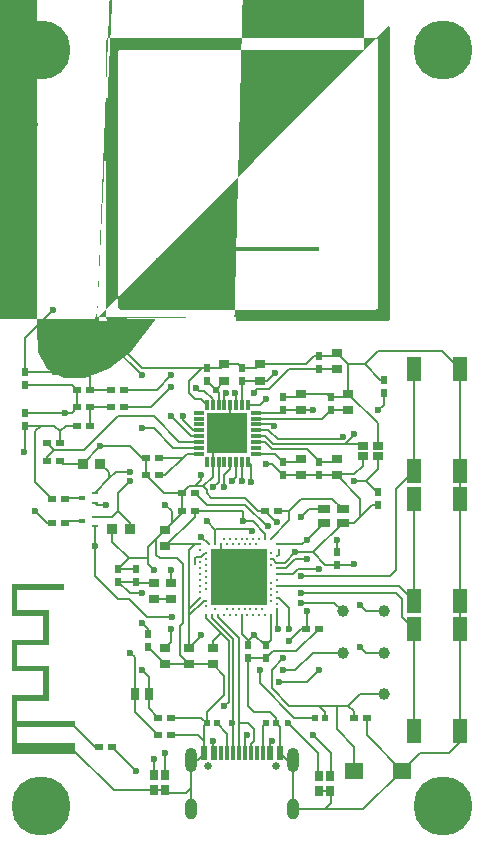
<source format=gtl>
G04 #@! TF.GenerationSoftware,KiCad,Pcbnew,9.0.3*
G04 #@! TF.CreationDate,2025-07-25T19:12:18-07:00*
G04 #@! TF.ProjectId,kikard,6b696b61-7264-42e6-9b69-6361645f7063,rev?*
G04 #@! TF.SameCoordinates,Original*
G04 #@! TF.FileFunction,Copper,L1,Top*
G04 #@! TF.FilePolarity,Positive*
%FSLAX46Y46*%
G04 Gerber Fmt 4.6, Leading zero omitted, Abs format (unit mm)*
G04 Created by KiCad (PCBNEW 9.0.3) date 2025-07-25 19:12:18*
%MOMM*%
%LPD*%
G01*
G04 APERTURE LIST*
G04 Aperture macros list*
%AMRoundRect*
0 Rectangle with rounded corners*
0 $1 Rounding radius*
0 $2 $3 $4 $5 $6 $7 $8 $9 X,Y pos of 4 corners*
0 Add a 4 corners polygon primitive as box body*
4,1,4,$2,$3,$4,$5,$6,$7,$8,$9,$2,$3,0*
0 Add four circle primitives for the rounded corners*
1,1,$1+$1,$2,$3*
1,1,$1+$1,$4,$5*
1,1,$1+$1,$6,$7*
1,1,$1+$1,$8,$9*
0 Add four rect primitives between the rounded corners*
20,1,$1+$1,$2,$3,$4,$5,0*
20,1,$1+$1,$4,$5,$6,$7,0*
20,1,$1+$1,$6,$7,$8,$9,0*
20,1,$1+$1,$8,$9,$2,$3,0*%
%AMFreePoly0*
4,1,203,24.639018,24.796157,24.711114,24.766294,24.766294,24.711114,24.796157,24.639018,24.800000,24.600000,24.800000,0.000000,24.796157,-0.039018,24.766294,-0.111114,24.711114,-0.166294,24.639018,-0.196157,24.600000,-0.200000,1.000000,-0.200000,0.960982,-0.196157,0.888886,-0.166294,0.833706,-0.111114,0.803843,-0.039018,0.800000,0.000000,0.800000,23.600000,0.803843,23.639018,0.833706,23.711114,
0.888886,23.766294,0.960982,23.796157,1.000000,23.800000,23.600000,23.800000,23.639018,23.796157,23.711114,23.766294,23.766294,23.711114,23.796157,23.639018,23.800000,23.600000,23.800000,1.000000,23.796157,0.960982,23.766294,0.888886,23.711114,0.833706,23.639018,0.803843,23.600000,0.800000,2.000000,0.800000,1.960982,0.803843,1.888886,0.833706,1.833706,0.888886,1.803843,0.960982,
1.800000,1.000000,1.800000,22.600000,1.803843,22.639018,1.833706,22.711114,1.888886,22.766294,1.960982,22.796157,2.000000,22.800000,22.600000,22.800000,22.639018,22.796157,22.711114,22.766294,22.766294,22.711114,22.796157,22.639018,22.800000,22.600000,22.800000,2.000000,22.796157,1.960982,22.766294,1.888886,22.711114,1.833706,22.639018,1.803843,22.600000,1.800000,3.000000,1.800000,
2.960982,1.803843,2.888886,1.833706,2.833706,1.888886,2.803843,1.960982,2.800000,2.000000,2.800000,21.600000,2.803843,21.639018,2.833706,21.711114,2.888886,21.766294,2.960982,21.796157,3.000000,21.800000,21.600000,21.800000,21.639018,21.796157,21.711114,21.766294,21.766294,21.711114,21.796157,21.639018,21.800000,21.600000,21.800000,3.000000,21.796157,2.960982,21.766294,2.888886,
21.711114,2.833706,21.639018,2.803843,21.600000,2.800000,4.000000,2.800000,3.960982,2.803843,3.888886,2.833706,3.833706,2.888886,3.803843,2.960982,3.800000,3.000000,3.800000,20.600000,3.803843,20.639018,3.833706,20.711114,3.888886,20.766294,3.960982,20.796157,4.000000,20.800000,20.600000,20.800000,20.639018,20.796157,20.711114,20.766294,20.766294,20.711114,20.796157,20.639018,
20.800000,20.600000,20.800000,4.000000,20.796157,3.960982,20.766294,3.888886,20.711114,3.833706,20.639018,3.803843,20.600000,3.800000,5.000000,3.800000,4.960982,3.803843,4.888886,3.833706,4.833706,3.888886,4.803843,3.960982,4.800000,4.000000,4.800000,19.600000,4.803843,19.639018,4.833706,19.711114,4.888886,19.766294,4.960982,19.796157,5.000000,19.800000,19.600000,19.800000,
19.639018,19.796157,19.711114,19.766294,19.766294,19.711114,19.796157,19.639018,19.800000,19.600000,19.800000,5.000000,19.796157,4.960982,19.766294,4.888886,19.711114,4.833706,19.639018,4.803843,19.600000,4.800000,6.000000,4.800000,5.960982,4.803843,5.888886,4.833706,5.833706,4.888886,5.803843,4.960982,5.800000,5.000000,5.800000,18.600000,5.803843,18.639018,5.833706,18.711114,
5.888886,18.766294,5.960982,18.796157,6.000000,18.800000,18.600000,18.800000,18.639018,18.796157,18.711114,18.766294,18.766294,18.711114,18.796157,18.639018,18.800000,18.600000,18.800000,6.000000,18.796157,5.960982,18.766294,5.888886,18.711114,5.833706,18.639018,5.803843,18.560982,5.803843,18.488886,5.833706,18.433706,5.888886,18.403843,5.960982,18.400000,6.000000,18.400000,18.400000,
6.200000,18.400000,6.200000,5.200000,19.400000,5.200000,19.400000,19.400000,5.200000,19.400000,5.200000,4.200000,20.400000,4.200000,20.400000,20.400000,4.200000,20.400000,4.200000,3.200000,21.400000,3.200000,21.400000,21.400000,3.200000,21.400000,3.200000,2.200000,22.400000,2.200000,22.400000,22.400000,2.200000,22.400000,2.200000,1.200000,23.400000,1.200000,23.400000,23.400000,
1.200000,23.400000,1.200000,0.200000,24.400000,0.200000,24.400000,24.400000,0.200000,24.400000,0.200000,0.000000,0.196157,-0.039018,0.166294,-0.111114,0.111114,-0.166294,0.039018,-0.196157,-0.039018,-0.196157,-0.111114,-0.166294,-0.166294,-0.111114,-0.196157,-0.039018,-0.200000,0.000000,-0.200000,24.600000,-0.196157,24.639018,-0.166294,24.711114,-0.111114,24.766294,-0.039018,24.796157,
0.000000,24.800000,24.600000,24.800000,24.639018,24.796157,24.639018,24.796157,$1*%
%AMFreePoly1*
4,1,21,11.639018,0.196157,11.711114,0.166294,11.766294,0.111114,11.796157,0.039018,11.796157,-0.039018,11.766294,-0.111114,11.711114,-0.166294,11.639018,-0.196157,11.600000,-0.200000,0.000000,-0.200000,-0.039018,-0.196157,-0.111114,-0.166294,-0.166294,-0.111114,-0.196157,-0.039018,-0.196157,0.039018,-0.166294,0.111114,-0.111114,0.166294,-0.039018,0.196157,0.000000,0.200000,11.600000,0.200000,
11.639018,0.196157,11.639018,0.196157,$1*%
G04 Aperture macros list end*
G04 #@! TA.AperFunction,EtchedComponent*
%ADD10C,0.000000*%
G04 #@! TD*
G04 #@! TA.AperFunction,SMDPad,CuDef*
%ADD11R,0.540000X0.790000*%
G04 #@! TD*
G04 #@! TA.AperFunction,SMDPad,CuDef*
%ADD12R,0.790000X0.540000*%
G04 #@! TD*
G04 #@! TA.AperFunction,SMDPad,CuDef*
%ADD13R,0.900000X0.800000*%
G04 #@! TD*
G04 #@! TA.AperFunction,SMDPad,CuDef*
%ADD14R,0.810000X0.860000*%
G04 #@! TD*
G04 #@! TA.AperFunction,SMDPad,CuDef*
%ADD15R,0.490000X0.290000*%
G04 #@! TD*
G04 #@! TA.AperFunction,SMDPad,CuDef*
%ADD16R,0.490000X0.430000*%
G04 #@! TD*
G04 #@! TA.AperFunction,ComponentPad*
%ADD17C,5.000000*%
G04 #@! TD*
G04 #@! TA.AperFunction,SMDPad,CuDef*
%ADD18R,1.100000X0.800000*%
G04 #@! TD*
G04 #@! TA.AperFunction,SMDPad,CuDef*
%ADD19R,0.570000X0.540000*%
G04 #@! TD*
G04 #@! TA.AperFunction,SMDPad,CuDef*
%ADD20RoundRect,0.032500X0.387500X0.097500X-0.387500X0.097500X-0.387500X-0.097500X0.387500X-0.097500X0*%
G04 #@! TD*
G04 #@! TA.AperFunction,SMDPad,CuDef*
%ADD21RoundRect,0.032500X0.097500X0.387500X-0.097500X0.387500X-0.097500X-0.387500X0.097500X-0.387500X0*%
G04 #@! TD*
G04 #@! TA.AperFunction,SMDPad,CuDef*
%ADD22R,3.500000X3.500000*%
G04 #@! TD*
G04 #@! TA.AperFunction,SMDPad,CuDef*
%ADD23C,1.000000*%
G04 #@! TD*
G04 #@! TA.AperFunction,SMDPad,CuDef*
%ADD24R,0.700000X0.900000*%
G04 #@! TD*
G04 #@! TA.AperFunction,SMDPad,CuDef*
%ADD25R,0.860000X0.800000*%
G04 #@! TD*
G04 #@! TA.AperFunction,SMDPad,CuDef*
%ADD26R,1.530000X1.360000*%
G04 #@! TD*
G04 #@! TA.AperFunction,ComponentPad*
%ADD27C,0.400000*%
G04 #@! TD*
G04 #@! TA.AperFunction,SMDPad,CuDef*
%ADD28FreePoly0,0.000000*%
G04 #@! TD*
G04 #@! TA.AperFunction,SMDPad,CuDef*
%ADD29FreePoly1,0.000000*%
G04 #@! TD*
G04 #@! TA.AperFunction,SMDPad,CuDef*
%ADD30R,1.200000X2.000000*%
G04 #@! TD*
G04 #@! TA.AperFunction,SMDPad,CuDef*
%ADD31R,0.800000X1.000000*%
G04 #@! TD*
G04 #@! TA.AperFunction,SMDPad,CuDef*
%ADD32R,0.850000X0.700000*%
G04 #@! TD*
G04 #@! TA.AperFunction,ComponentPad*
%ADD33C,0.650000*%
G04 #@! TD*
G04 #@! TA.AperFunction,ComponentPad*
%ADD34O,1.000000X2.100000*%
G04 #@! TD*
G04 #@! TA.AperFunction,ComponentPad*
%ADD35O,1.000000X1.800000*%
G04 #@! TD*
G04 #@! TA.AperFunction,SMDPad,CuDef*
%ADD36R,0.600000X1.150000*%
G04 #@! TD*
G04 #@! TA.AperFunction,SMDPad,CuDef*
%ADD37R,0.300000X1.150000*%
G04 #@! TD*
G04 #@! TA.AperFunction,ConnectorPad*
%ADD38R,0.500000X0.500000*%
G04 #@! TD*
G04 #@! TA.AperFunction,ComponentPad*
%ADD39R,0.500000X0.900000*%
G04 #@! TD*
G04 #@! TA.AperFunction,SMDPad,CuDef*
%ADD40R,4.850000X4.850000*%
G04 #@! TD*
G04 #@! TA.AperFunction,SMDPad,CuDef*
%ADD41C,0.275000*%
G04 #@! TD*
G04 #@! TA.AperFunction,ViaPad*
%ADD42C,0.500000*%
G04 #@! TD*
G04 #@! TA.AperFunction,ViaPad*
%ADD43C,0.600000*%
G04 #@! TD*
G04 #@! TA.AperFunction,ViaPad*
%ADD44C,0.250000*%
G04 #@! TD*
G04 #@! TA.AperFunction,Conductor*
%ADD45C,0.200000*%
G04 #@! TD*
G04 APERTURE END LIST*
D10*
G04 #@! TA.AperFunction,EtchedComponent*
G36*
X134915000Y-113700000D02*
G01*
X130975000Y-113700000D01*
X130975000Y-115400000D01*
X133615000Y-115400000D01*
X133615000Y-118400000D01*
X130975000Y-118400000D01*
X130975000Y-120100000D01*
X133615000Y-120100000D01*
X133615000Y-123100000D01*
X130975000Y-123100000D01*
X130975000Y-124800000D01*
X135875000Y-124800000D01*
X135875000Y-125300000D01*
X130975000Y-125300000D01*
X130975000Y-126700000D01*
X135875000Y-126700000D01*
X135875000Y-127600000D01*
X135631785Y-127600000D01*
X130475000Y-127600000D01*
X130475000Y-127157267D01*
X135477018Y-127157267D01*
X135484908Y-127205353D01*
X135501814Y-127238245D01*
X135538584Y-127273185D01*
X135583378Y-127292847D01*
X135631785Y-127297583D01*
X135679395Y-127287742D01*
X135721797Y-127263674D01*
X135754581Y-127225731D01*
X135758935Y-127217819D01*
X135771043Y-127175156D01*
X135770300Y-127126637D01*
X135757400Y-127081122D01*
X135746787Y-127062511D01*
X135711553Y-127028868D01*
X135666368Y-127008309D01*
X135616842Y-127001778D01*
X135568583Y-127010218D01*
X135536357Y-127027112D01*
X135503687Y-127062372D01*
X135483592Y-127107682D01*
X135477018Y-127157267D01*
X130475000Y-127157267D01*
X130475000Y-122600000D01*
X133115000Y-122600000D01*
X133115000Y-120600000D01*
X130475000Y-120600000D01*
X130475000Y-117900000D01*
X133115000Y-117900000D01*
X133115000Y-115900000D01*
X130475000Y-115900000D01*
X130475000Y-113200000D01*
X134915000Y-113200000D01*
X134915000Y-113700000D01*
G37*
G04 #@! TD.AperFunction*
D11*
X150500000Y-119500000D03*
X150500000Y-118400000D03*
D12*
X141900000Y-102500000D03*
X143000000Y-102500000D03*
D13*
X147500000Y-118600000D03*
X147500000Y-120000000D03*
D12*
X133500000Y-102780000D03*
X134600000Y-102780000D03*
D14*
X139000000Y-108500000D03*
X140500000Y-108500000D03*
D13*
X159000000Y-97100000D03*
X159000000Y-98500000D03*
D15*
X137500000Y-108300000D03*
X137500000Y-107500000D03*
D16*
X136440000Y-107900000D03*
D12*
X138900000Y-96750000D03*
X140000000Y-96750000D03*
X144900000Y-107000000D03*
X146000000Y-107000000D03*
D11*
X156500000Y-104000000D03*
X156500000Y-102900000D03*
X141000000Y-111900000D03*
X141000000Y-113000000D03*
D17*
X167000000Y-132000000D03*
D11*
X147000000Y-94900000D03*
X147000000Y-96000000D03*
D18*
X156900000Y-108010000D03*
X158500000Y-108000000D03*
X158500000Y-106850000D03*
X156900000Y-106860000D03*
D12*
X134600000Y-101280000D03*
X133500000Y-101280000D03*
D19*
X156140000Y-124500000D03*
X157000000Y-124500000D03*
D12*
X146000000Y-105500000D03*
X144900000Y-105500000D03*
X144000000Y-124500000D03*
X142900000Y-124500000D03*
D20*
X151185000Y-102185000D03*
X151185000Y-101685000D03*
X151185000Y-101185000D03*
X151185000Y-100685000D03*
X151185000Y-100185000D03*
X151185000Y-99685000D03*
X151185000Y-99185000D03*
X151185000Y-98685000D03*
D21*
X150500000Y-98000000D03*
X150000000Y-98000000D03*
X149500000Y-98000000D03*
X149000000Y-98000000D03*
X148500000Y-98000000D03*
X148000000Y-98000000D03*
X147500000Y-98000000D03*
X147000000Y-98000000D03*
D20*
X146315000Y-98685000D03*
X146315000Y-99185000D03*
X146315000Y-99685000D03*
X146315000Y-100185000D03*
X146315000Y-100685000D03*
X146315000Y-101185000D03*
X146315000Y-101685000D03*
X146315000Y-102185000D03*
D21*
X147000000Y-102870000D03*
X147500000Y-102870000D03*
X148000000Y-102870000D03*
X148500000Y-102870000D03*
X149000000Y-102870000D03*
X149500000Y-102870000D03*
X150000000Y-102870000D03*
X150500000Y-102870000D03*
D22*
X148750000Y-100435000D03*
D11*
X157500000Y-97400000D03*
X157500000Y-98500000D03*
D23*
X158500000Y-119000000D03*
D24*
X142550000Y-129350000D03*
X142550000Y-130650000D03*
X143450000Y-129350000D03*
X143450000Y-130650000D03*
D11*
X149950000Y-94900000D03*
X149950000Y-96000000D03*
D25*
X142500000Y-114500000D03*
X142500000Y-113100000D03*
D11*
X139500000Y-111900000D03*
X139500000Y-113000000D03*
D23*
X162000000Y-122500000D03*
D12*
X134600000Y-92280000D03*
X133500000Y-92280000D03*
D24*
X156500000Y-129430000D03*
X156500000Y-130730000D03*
X157400000Y-129430000D03*
X157400000Y-130730000D03*
D12*
X144000000Y-126000000D03*
X142900000Y-126000000D03*
X156500000Y-117000000D03*
X155400000Y-117000000D03*
X136000000Y-99780000D03*
X137100000Y-99780000D03*
D26*
X159460000Y-129000000D03*
X163540000Y-129000000D03*
D12*
X153000000Y-107000000D03*
X151900000Y-107000000D03*
D27*
X137700000Y-90800000D03*
D28*
X137700000Y-90800000D03*
D27*
X144700000Y-84800000D03*
D29*
X144700000Y-84800000D03*
D11*
X153500000Y-97400000D03*
X153500000Y-98500000D03*
D17*
X133000000Y-68000000D03*
D30*
X164550000Y-114600000D03*
X164550000Y-106000000D03*
X168450000Y-114600000D03*
X168450000Y-106000000D03*
D23*
X158500000Y-115500000D03*
D19*
X152000000Y-125000000D03*
X152860000Y-125000000D03*
D11*
X156500000Y-93900000D03*
X156500000Y-95000000D03*
D31*
X142100000Y-122500000D03*
X140900000Y-122500000D03*
D30*
X164550000Y-125600000D03*
X164550000Y-117000000D03*
X168450000Y-125600000D03*
X168450000Y-117000000D03*
D25*
X144000000Y-113100000D03*
X144000000Y-114500000D03*
D19*
X147860000Y-125000000D03*
X147000000Y-125000000D03*
D13*
X158000000Y-93600000D03*
X158000000Y-95000000D03*
D32*
X160200000Y-102400000D03*
X161500000Y-102400000D03*
X161500000Y-101500000D03*
X160200000Y-101500000D03*
D33*
X147110000Y-128615000D03*
X152890000Y-128615000D03*
D34*
X145680000Y-128115000D03*
X154320000Y-128115000D03*
D35*
X145680000Y-132265000D03*
X154320000Y-132265000D03*
D36*
X146800000Y-127545000D03*
X147600000Y-127545000D03*
D37*
X148750000Y-127545000D03*
X149750000Y-127545000D03*
X150250000Y-127545000D03*
X151250000Y-127545000D03*
D36*
X153200000Y-127545000D03*
X152400000Y-127545000D03*
D37*
X151750000Y-127545000D03*
X150750000Y-127545000D03*
X149250000Y-127545000D03*
X148250000Y-127545000D03*
D12*
X138900000Y-98250000D03*
X140000000Y-98250000D03*
D13*
X143500000Y-108600000D03*
X143500000Y-110000000D03*
D23*
X162000000Y-119000000D03*
D11*
X142000000Y-117400000D03*
X142000000Y-118500000D03*
X162000000Y-95900000D03*
X162000000Y-97000000D03*
D17*
X167000000Y-68000000D03*
D12*
X136000000Y-98250000D03*
X137100000Y-98250000D03*
X159450000Y-124500000D03*
X160550000Y-124500000D03*
D30*
X164550000Y-103600000D03*
X164550000Y-95000000D03*
X168450000Y-103600000D03*
X168450000Y-95000000D03*
D15*
X137500000Y-106300000D03*
X137500000Y-105500000D03*
D16*
X136440000Y-105900000D03*
D12*
X133900000Y-108000000D03*
X135000000Y-108000000D03*
D13*
X148500000Y-94600000D03*
X148500000Y-96000000D03*
D23*
X162000000Y-115500000D03*
D11*
X152000000Y-119500000D03*
X152000000Y-118400000D03*
D13*
X143500000Y-120000000D03*
X143500000Y-118600000D03*
D12*
X141900000Y-104000000D03*
X143000000Y-104000000D03*
D13*
X158000000Y-104000000D03*
X158000000Y-102600000D03*
D14*
X136500000Y-103000000D03*
X138000000Y-103000000D03*
D11*
X131600000Y-95230000D03*
X131600000Y-96330000D03*
D13*
X155000000Y-97100000D03*
X155000000Y-98500000D03*
D12*
X137900000Y-127000000D03*
X139000000Y-127000000D03*
D11*
X131600000Y-98680000D03*
X131600000Y-99780000D03*
D12*
X133900000Y-106000000D03*
X135000000Y-106000000D03*
X134600000Y-93780000D03*
X133500000Y-93780000D03*
D11*
X153500000Y-104000000D03*
X153500000Y-102900000D03*
D13*
X155000000Y-104000000D03*
X155000000Y-102600000D03*
X145500000Y-120000000D03*
X145500000Y-118600000D03*
D11*
X161500000Y-106500000D03*
X161500000Y-105400000D03*
D38*
X135625000Y-125050000D03*
D39*
X135625000Y-127150000D03*
D13*
X151500000Y-94600000D03*
X151500000Y-96000000D03*
D12*
X137100000Y-96750000D03*
X136000000Y-96750000D03*
D11*
X158000000Y-110450000D03*
X158000000Y-111550000D03*
D12*
X136000000Y-95280000D03*
X137100000Y-95280000D03*
D40*
X149700000Y-112600000D03*
D41*
X148450000Y-109350000D03*
X148950000Y-109350000D03*
X149450000Y-109350000D03*
X149950000Y-109350000D03*
X150450000Y-109350000D03*
X150950000Y-109350000D03*
X151450000Y-109350000D03*
X151950000Y-109350000D03*
X152450000Y-109350000D03*
X152950000Y-114850000D03*
X146950000Y-115100000D03*
X147700000Y-115350000D03*
X148700000Y-115350000D03*
X149200000Y-115350000D03*
X149700000Y-115350000D03*
X150200000Y-115350000D03*
X150700000Y-115350000D03*
X151200000Y-115350000D03*
X151700000Y-115350000D03*
X152950000Y-115350000D03*
X146950000Y-115850000D03*
X147450000Y-115850000D03*
X147950000Y-115850000D03*
X148450000Y-115850000D03*
X148950000Y-115850000D03*
X149450000Y-115850000D03*
X149950000Y-115850000D03*
X150450000Y-115850000D03*
X150950000Y-115850000D03*
X151450000Y-115850000D03*
X151950000Y-115850000D03*
X152450000Y-115850000D03*
X146450000Y-109850000D03*
X147200000Y-109850000D03*
X147700000Y-109850000D03*
X148200000Y-109850000D03*
X148700000Y-109850000D03*
X149200000Y-109850000D03*
X149700000Y-109850000D03*
X150200000Y-109850000D03*
X150700000Y-109850000D03*
X151200000Y-109850000D03*
X152950000Y-109850000D03*
X146450000Y-110350000D03*
X146950000Y-110600000D03*
X152450000Y-110600000D03*
X152950000Y-110850000D03*
X146950000Y-111100000D03*
X152450000Y-111100000D03*
X146450000Y-111350000D03*
X146950000Y-111600000D03*
X152450000Y-111600000D03*
X146450000Y-111850000D03*
X152950000Y-111850000D03*
X146950000Y-112100000D03*
X146450000Y-112350000D03*
X152950000Y-112350000D03*
X146950000Y-112600000D03*
X146450000Y-112850000D03*
X152950000Y-112850000D03*
X146950000Y-113100000D03*
X152450000Y-113100000D03*
X146450000Y-113350000D03*
X152950000Y-113350000D03*
X146950000Y-113600000D03*
X152450000Y-113600000D03*
X146450000Y-113850000D03*
X152950000Y-113850000D03*
X152450000Y-114100000D03*
X146450000Y-114350000D03*
X152950000Y-114350000D03*
X146950000Y-114600000D03*
X152450000Y-114600000D03*
D17*
X133000000Y-132000000D03*
D42*
X161500000Y-101500000D03*
X160200000Y-102400000D03*
D43*
X152000000Y-103000000D03*
X135000000Y-98680000D03*
X152975735Y-107975735D03*
X152731478Y-99840399D03*
X159500000Y-111500000D03*
D44*
X148200000Y-109850000D03*
D43*
X154500000Y-110500000D03*
X144000000Y-99000000D03*
X142500000Y-112000000D03*
X138000000Y-101500000D03*
X146500000Y-104000000D03*
X155000000Y-107500000D03*
X160000000Y-118500000D03*
X143500000Y-106500000D03*
X145000000Y-99000000D03*
X131500000Y-102000000D03*
X134150000Y-95230000D03*
X134000000Y-90000000D03*
X132500000Y-107000000D03*
X144000000Y-117000000D03*
D44*
X147700000Y-115350000D03*
D43*
X151000000Y-117500000D03*
X151500000Y-120500000D03*
X146500000Y-117500000D03*
X153500000Y-120500000D03*
X150100000Y-107900000D03*
X155000000Y-102600000D03*
X147500000Y-126500000D03*
X152500000Y-126500000D03*
X142500000Y-128000000D03*
X148500000Y-123500000D03*
X153900000Y-125000000D03*
X156000000Y-98500000D03*
X153100000Y-121500000D03*
X156500000Y-120500000D03*
X152801735Y-95301735D03*
X147750000Y-96750000D03*
X152000000Y-97500000D03*
X151000000Y-97000000D03*
X149400000Y-97000000D03*
X158500000Y-100758450D03*
X159500000Y-104500000D03*
X161500000Y-98500000D03*
X159500000Y-100500000D03*
X158000000Y-109500000D03*
X155455000Y-109455000D03*
D44*
X146000000Y-111500000D03*
D43*
X140500000Y-119000000D03*
X141500000Y-120500000D03*
D44*
X146950000Y-111100000D03*
D43*
X147000000Y-107900000D03*
D44*
X153096256Y-110288769D03*
D43*
X141500000Y-114000000D03*
X150869121Y-108717651D03*
X152174265Y-108325735D03*
D44*
X152450000Y-110600000D03*
D43*
X141500000Y-116500000D03*
D44*
X146450000Y-110350000D03*
D43*
X155500000Y-115500000D03*
X154000000Y-118000000D03*
D44*
X152450000Y-111600000D03*
D43*
X141000000Y-129000000D03*
X141500000Y-100000000D03*
X141500000Y-95500000D03*
D44*
X149700000Y-115350000D03*
D43*
X153500000Y-119500000D03*
X146540156Y-109218905D03*
X144000000Y-112000000D03*
X144000000Y-96500000D03*
X148600000Y-97000000D03*
X144000000Y-95500000D03*
X146124265Y-96624265D03*
D44*
X148450000Y-115850000D03*
D43*
X143500000Y-127500000D03*
X154000000Y-117000000D03*
X156000000Y-126000000D03*
X144102000Y-116000000D03*
X137500000Y-110000000D03*
X138500000Y-106500000D03*
D44*
X146450000Y-112850000D03*
D43*
X140500000Y-103699997D03*
X156500000Y-111900000D03*
X140500000Y-104500000D03*
X155500000Y-111100000D03*
D44*
X152450000Y-113600000D03*
D43*
X155000000Y-114000000D03*
X155000000Y-112500000D03*
D44*
X152450000Y-113100000D03*
X151700000Y-115350000D03*
D43*
X150786793Y-104529761D03*
X149114579Y-104487851D03*
D44*
X150700000Y-115350000D03*
X149200000Y-115350000D03*
D43*
X148500000Y-105000000D03*
X149150000Y-125000000D03*
X150400000Y-126000000D03*
D44*
X152950000Y-114850000D03*
D43*
X155000000Y-114800003D03*
X147543849Y-104979567D03*
D44*
X148700000Y-115350000D03*
D43*
X149991063Y-104447187D03*
D44*
X151200000Y-115350000D03*
D43*
X153050000Y-117000000D03*
X160000000Y-115000000D03*
D45*
X135625000Y-127150000D02*
X139125000Y-130650000D01*
X139125000Y-130650000D02*
X142550000Y-130650000D01*
X139000000Y-127000000D02*
X141000000Y-129000000D01*
X137900000Y-127000000D02*
X137575000Y-127000000D01*
X137575000Y-127000000D02*
X135625000Y-125050000D01*
X146500000Y-124500000D02*
X147000000Y-125000000D01*
X153500000Y-104000000D02*
X155000000Y-104000000D01*
X144000000Y-124500000D02*
X146500000Y-124500000D01*
X141500000Y-102500000D02*
X141900000Y-102500000D01*
X154320000Y-128115000D02*
X153770000Y-128115000D01*
X148200000Y-111100000D02*
X149700000Y-112600000D01*
X152000000Y-103000000D02*
X152500000Y-103000000D01*
X166950000Y-93500000D02*
X161500000Y-93500000D01*
X157000000Y-132265000D02*
X154320000Y-132265000D01*
X151185000Y-99685000D02*
X152576079Y-99685000D01*
X160550000Y-126010000D02*
X163540000Y-129000000D01*
X140500000Y-101500000D02*
X141500000Y-102500000D01*
X145260000Y-130920000D02*
X145680000Y-130500000D01*
X158500000Y-108000000D02*
X156000000Y-110500000D01*
X146800000Y-125200000D02*
X147000000Y-125000000D01*
X141501000Y-94900000D02*
X147000000Y-94900000D01*
X156500000Y-117000000D02*
X154601000Y-118899000D01*
X157700000Y-93900000D02*
X158000000Y-93600000D01*
X148200000Y-94900000D02*
X148500000Y-94600000D01*
X156100000Y-93900000D02*
X156500000Y-93900000D01*
X159000000Y-97100000D02*
X159000000Y-94600000D01*
X149650000Y-94600000D02*
X149950000Y-94900000D01*
X143500000Y-120000000D02*
X145500000Y-120000000D01*
X168450000Y-126550000D02*
X167500000Y-127500000D01*
X146500000Y-104429000D02*
X146000000Y-104929000D01*
X145000000Y-99327542D02*
X145000000Y-99000000D01*
X145685000Y-100685000D02*
X144000000Y-99000000D01*
X160500000Y-119000000D02*
X162000000Y-119000000D01*
X144749000Y-116751000D02*
X144749000Y-119249000D01*
X142749000Y-109351000D02*
X142749000Y-110701000D01*
X158000000Y-111550000D02*
X157050000Y-111550000D01*
X138881000Y-92280000D02*
X141501000Y-94900000D01*
X143048000Y-111000000D02*
X144500000Y-111000000D01*
X139000000Y-109600000D02*
X140400000Y-111000000D01*
X146696000Y-104929000D02*
X146000000Y-104929000D01*
X168450000Y-117000000D02*
X168450000Y-125600000D01*
X131600000Y-96330000D02*
X135580000Y-96330000D01*
X146000000Y-104929000D02*
X145471000Y-104929000D01*
X160200000Y-103199000D02*
X159500000Y-103899000D01*
X158101000Y-103899000D02*
X158000000Y-104000000D01*
X135580000Y-96330000D02*
X136000000Y-96750000D01*
X154700000Y-97400000D02*
X155000000Y-97100000D01*
X146800000Y-127545000D02*
X146800000Y-126500000D01*
X152891367Y-111411500D02*
X153588500Y-111411500D01*
X146500000Y-104000000D02*
X146500000Y-104429000D01*
X147000000Y-98000000D02*
X146500000Y-97500000D01*
X146000000Y-97500000D02*
X145523265Y-97023265D01*
X136000000Y-96750000D02*
X136000000Y-98250000D01*
X156500000Y-93900000D02*
X157700000Y-93900000D01*
X161500000Y-106500000D02*
X161000000Y-106500000D01*
X154320000Y-132265000D02*
X154320000Y-128115000D01*
X148448000Y-122552000D02*
X148448000Y-120948000D01*
X163540000Y-129000000D02*
X164000000Y-129000000D01*
X145680000Y-128115000D02*
X146230000Y-128115000D01*
X134820000Y-103000000D02*
X134600000Y-102780000D01*
X147500000Y-104125000D02*
X146696000Y-104929000D01*
X147000000Y-124000000D02*
X147000000Y-125000000D01*
X158700000Y-97400000D02*
X159000000Y-97100000D01*
X154601000Y-118899000D02*
X152601000Y-118899000D01*
X153200000Y-127545000D02*
X153200000Y-125340000D01*
X153588500Y-111411500D02*
X154500000Y-110500000D01*
X168450000Y-95000000D02*
X166950000Y-93500000D01*
X138000000Y-101500000D02*
X140500000Y-101500000D01*
X148500000Y-94600000D02*
X149650000Y-94600000D01*
X146600000Y-94900000D02*
X147000000Y-94900000D01*
X135570000Y-98680000D02*
X136000000Y-98250000D01*
X142500000Y-112000000D02*
X142000000Y-111500000D01*
X158000000Y-104000000D02*
X160000000Y-106000000D01*
X144900000Y-107000000D02*
X144900000Y-107200000D01*
X153770000Y-128115000D02*
X153200000Y-127545000D01*
X145523265Y-95976735D02*
X146600000Y-94900000D01*
X157050000Y-111550000D02*
X156000000Y-110500000D01*
X160000000Y-118500000D02*
X160500000Y-119000000D01*
X147399000Y-105899000D02*
X147000000Y-105500000D01*
X142550000Y-130650000D02*
X143450000Y-130650000D01*
X147000000Y-105500000D02*
X147000000Y-105233000D01*
X168450000Y-103600000D02*
X168450000Y-106000000D01*
X136500000Y-103000000D02*
X138000000Y-101500000D01*
X143550000Y-130920000D02*
X145260000Y-130920000D01*
X159500000Y-103899000D02*
X158101000Y-103899000D01*
X148200000Y-109850000D02*
X148200000Y-111100000D01*
X152330000Y-124000000D02*
X152860000Y-124530000D01*
X157200000Y-97100000D02*
X157500000Y-97400000D01*
X160400000Y-94600000D02*
X159000000Y-94600000D01*
X143500000Y-106500000D02*
X144050000Y-107050000D01*
X145000000Y-116500000D02*
X144749000Y-116751000D01*
X156500000Y-104000000D02*
X158000000Y-104000000D01*
X147500000Y-102870000D02*
X147500000Y-104125000D01*
X149000000Y-100185000D02*
X148750000Y-100435000D01*
X160000000Y-107500000D02*
X159500000Y-108000000D01*
X151349943Y-107000000D02*
X150248943Y-105899000D01*
X145523265Y-97023265D02*
X145523265Y-95976735D01*
X151000000Y-124000000D02*
X152330000Y-124000000D01*
X142749000Y-110701000D02*
X143048000Y-111000000D01*
X156900000Y-106860000D02*
X155640000Y-106860000D01*
X143500000Y-108600000D02*
X142749000Y-109351000D01*
X168450000Y-95000000D02*
X168450000Y-103600000D01*
X145471000Y-104929000D02*
X144900000Y-105500000D01*
X153500000Y-97400000D02*
X154700000Y-97400000D01*
X168450000Y-125600000D02*
X168450000Y-126550000D01*
X135000000Y-98680000D02*
X135570000Y-98680000D01*
X144050000Y-108050000D02*
X143500000Y-108600000D01*
X147500000Y-120000000D02*
X148448000Y-120948000D01*
X160275000Y-132265000D02*
X163540000Y-129000000D01*
X152875735Y-107975735D02*
X151900000Y-107000000D01*
X144749000Y-119249000D02*
X145500000Y-120000000D01*
X156000000Y-110500000D02*
X154500000Y-110500000D01*
X152450000Y-111100000D02*
X152426000Y-111100000D01*
X160550000Y-124500000D02*
X160550000Y-126010000D01*
X161500000Y-99600000D02*
X161500000Y-101500000D01*
X144000000Y-126000000D02*
X146300000Y-126000000D01*
X155000000Y-104000000D02*
X156500000Y-104000000D01*
X155000000Y-97100000D02*
X157200000Y-97100000D01*
X153200000Y-125340000D02*
X152860000Y-125000000D01*
X141900000Y-102500000D02*
X141900000Y-104000000D01*
X158000000Y-111550000D02*
X159450000Y-111550000D01*
X157500000Y-97400000D02*
X158700000Y-97400000D01*
X148750000Y-100435000D02*
X147500000Y-101685000D01*
X155400000Y-94600000D02*
X156100000Y-93900000D01*
X146315000Y-100185000D02*
X145857458Y-100185000D01*
X151500000Y-94600000D02*
X155400000Y-94600000D01*
X159000000Y-94600000D02*
X158000000Y-93600000D01*
X160200000Y-102400000D02*
X160200000Y-103199000D01*
X148448000Y-122552000D02*
X147000000Y-124000000D01*
X161700000Y-95900000D02*
X160400000Y-94600000D01*
X142000000Y-118500000D02*
X143500000Y-120000000D01*
X152579867Y-111100000D02*
X152891367Y-111411500D01*
X131600000Y-98680000D02*
X135000000Y-98680000D01*
X162000000Y-95900000D02*
X161700000Y-95900000D01*
X142000000Y-110100000D02*
X142749000Y-109351000D01*
X159500000Y-108000000D02*
X158500000Y-108000000D01*
X157500000Y-131765000D02*
X157000000Y-132265000D01*
X155640000Y-106860000D02*
X155000000Y-107500000D01*
X145680000Y-132265000D02*
X145680000Y-130500000D01*
X145000000Y-111500000D02*
X145000000Y-116500000D01*
X151900000Y-107000000D02*
X151349943Y-107000000D01*
X134600000Y-92280000D02*
X138881000Y-92280000D01*
X152975735Y-107975735D02*
X152875735Y-107975735D01*
X168450000Y-114600000D02*
X168450000Y-117000000D01*
X145857458Y-100185000D02*
X145000000Y-99327542D01*
X146315000Y-100685000D02*
X145685000Y-100685000D01*
X156500000Y-130730000D02*
X157400000Y-130730000D01*
X146230000Y-128115000D02*
X146800000Y-127545000D01*
X150500000Y-123500000D02*
X151000000Y-124000000D01*
X146800000Y-126500000D02*
X146800000Y-125200000D01*
X167500000Y-127500000D02*
X165040000Y-127500000D01*
X144900000Y-107200000D02*
X144050000Y-108050000D01*
X144900000Y-105500000D02*
X144900000Y-107000000D01*
X142000000Y-111500000D02*
X142000000Y-111000000D01*
X145500000Y-120000000D02*
X147500000Y-120000000D01*
X168450000Y-106000000D02*
X168450000Y-114600000D01*
X144050000Y-107050000D02*
X144050000Y-108050000D01*
X152576079Y-99685000D02*
X152731478Y-99840399D01*
X159000000Y-97100000D02*
X161500000Y-99600000D01*
X150500000Y-119500000D02*
X150500000Y-123500000D01*
X145680000Y-130500000D02*
X145680000Y-128115000D01*
X139000000Y-108500000D02*
X139000000Y-109600000D01*
X147000000Y-105233000D02*
X146696000Y-104929000D01*
X151200000Y-94900000D02*
X151500000Y-94600000D01*
X149950000Y-94900000D02*
X151200000Y-94900000D01*
X152500000Y-103000000D02*
X153500000Y-104000000D01*
X152450000Y-111100000D02*
X152579867Y-111100000D01*
X141900000Y-104000000D02*
X143400000Y-105500000D01*
X159450000Y-111550000D02*
X159500000Y-111500000D01*
X146300000Y-126000000D02*
X146800000Y-126500000D01*
X165040000Y-127500000D02*
X163540000Y-129000000D01*
X147500000Y-101685000D02*
X147500000Y-102870000D01*
X152000000Y-119500000D02*
X150500000Y-119500000D01*
X157500000Y-131000000D02*
X157500000Y-131765000D01*
X139500000Y-111900000D02*
X140400000Y-111000000D01*
X136500000Y-103000000D02*
X134820000Y-103000000D01*
X161500000Y-93500000D02*
X160400000Y-94600000D01*
X149000000Y-98000000D02*
X149000000Y-100185000D01*
X140400000Y-111000000D02*
X142000000Y-111000000D01*
X150248943Y-105899000D02*
X147399000Y-105899000D01*
X161000000Y-106500000D02*
X160000000Y-107500000D01*
X152601000Y-118899000D02*
X152000000Y-119500000D01*
X157000000Y-132265000D02*
X160275000Y-132265000D01*
X144500000Y-111000000D02*
X145000000Y-111500000D01*
X160000000Y-106000000D02*
X160000000Y-107500000D01*
X141000000Y-111900000D02*
X139500000Y-111900000D01*
X142000000Y-111000000D02*
X142000000Y-110100000D01*
X147000000Y-94900000D02*
X148200000Y-94900000D01*
X146500000Y-97500000D02*
X146000000Y-97500000D01*
X152860000Y-124530000D02*
X152860000Y-125000000D01*
X143400000Y-105500000D02*
X144900000Y-105500000D01*
X133900000Y-106000000D02*
X132500000Y-104600000D01*
X134100000Y-99780000D02*
X134600000Y-100280000D01*
X131600000Y-99780000D02*
X133000000Y-99780000D01*
X131600000Y-101900000D02*
X131500000Y-102000000D01*
X135100000Y-99780000D02*
X134600000Y-100280000D01*
X132500000Y-100280000D02*
X133000000Y-99780000D01*
X131600000Y-99780000D02*
X131600000Y-101900000D01*
X133000000Y-99780000D02*
X134100000Y-99780000D01*
X136000000Y-99780000D02*
X135100000Y-99780000D01*
X134600000Y-100280000D02*
X134600000Y-101280000D01*
X132500000Y-104600000D02*
X132500000Y-100280000D01*
X131600000Y-95230000D02*
X131600000Y-92400000D01*
X134600000Y-94780000D02*
X134600000Y-93780000D01*
X133900000Y-108000000D02*
X133500000Y-108000000D01*
X134150000Y-95230000D02*
X134600000Y-94780000D01*
X131600000Y-95230000D02*
X134150000Y-95230000D01*
X133500000Y-108000000D02*
X132500000Y-107000000D01*
X136000000Y-95280000D02*
X135100000Y-95280000D01*
X131600000Y-92400000D02*
X134000000Y-90000000D01*
X135100000Y-95280000D02*
X134600000Y-94780000D01*
X144000000Y-118100000D02*
X143500000Y-118600000D01*
X144000000Y-117000000D02*
X144000000Y-118100000D01*
X146500000Y-117500000D02*
X146500000Y-117600000D01*
X146450000Y-114350000D02*
X145500000Y-115300000D01*
X150500000Y-117953033D02*
X150500000Y-118400000D01*
X154432900Y-124500000D02*
X156140000Y-124500000D01*
X151500000Y-120500000D02*
X151500000Y-121567100D01*
X150100000Y-107900000D02*
X150900000Y-107900000D01*
X146000000Y-109850000D02*
X143650000Y-109850000D01*
X150100000Y-107100000D02*
X150000000Y-107000000D01*
X146000000Y-107000000D02*
X146000000Y-107500000D01*
X154500000Y-120500000D02*
X156000000Y-119000000D01*
X150500000Y-118400000D02*
X150500000Y-118000000D01*
X145500000Y-115855546D02*
X145500000Y-116000000D01*
X152450000Y-115850000D02*
X152450000Y-117950000D01*
X146950000Y-114600000D02*
X146755546Y-114600000D01*
X151950000Y-108950000D02*
X151950000Y-109350000D01*
X152785000Y-102185000D02*
X153500000Y-102900000D01*
X150900000Y-107900000D02*
X151950000Y-108950000D01*
X151185000Y-102185000D02*
X152785000Y-102185000D01*
X143650000Y-109850000D02*
X143500000Y-110000000D01*
X145500000Y-110350000D02*
X146000000Y-109850000D01*
X150500000Y-118000000D02*
X151000000Y-117500000D01*
X146450000Y-109850000D02*
X146000000Y-109850000D01*
X146000000Y-107500000D02*
X143500000Y-110000000D01*
X145500000Y-115300000D02*
X145500000Y-110350000D01*
X151500000Y-121567100D02*
X154432900Y-124500000D01*
X146500000Y-117600000D02*
X145500000Y-118600000D01*
X153500000Y-102900000D02*
X154700000Y-102900000D01*
X152000000Y-118400000D02*
X151900000Y-118400000D01*
X154700000Y-102900000D02*
X155000000Y-102600000D01*
X150100000Y-107900000D02*
X150100000Y-107100000D01*
X145500000Y-116000000D02*
X145500000Y-118600000D01*
X149950000Y-117403033D02*
X150500000Y-117953033D01*
X153500000Y-120500000D02*
X154500000Y-120500000D01*
X151900000Y-118400000D02*
X151000000Y-117500000D01*
X149950000Y-115850000D02*
X149950000Y-117403033D01*
X146755546Y-114600000D02*
X145500000Y-115855546D01*
X150000000Y-107000000D02*
X146000000Y-107000000D01*
X156000000Y-119000000D02*
X158500000Y-119000000D01*
X145500000Y-115300000D02*
X145500000Y-116000000D01*
X152450000Y-117950000D02*
X152000000Y-118400000D01*
X146950000Y-116104333D02*
X146950000Y-115850000D01*
X149950000Y-96450000D02*
X150000000Y-96500000D01*
X153500000Y-98500000D02*
X155000000Y-98500000D01*
X148849000Y-123151000D02*
X148849000Y-118003333D01*
X148849000Y-118003333D02*
X148172834Y-117327166D01*
X147500000Y-118600000D02*
X147500000Y-118000000D01*
X152400000Y-127545000D02*
X152400000Y-126600000D01*
X153100000Y-121500000D02*
X153100000Y-121400000D01*
X151500000Y-96000000D02*
X152103470Y-96000000D01*
X156400000Y-127500000D02*
X153900000Y-125000000D01*
X147500000Y-126500000D02*
X147500000Y-127445000D01*
X147500000Y-127445000D02*
X147600000Y-127545000D01*
X147500000Y-118000000D02*
X148172834Y-117327166D01*
X156000000Y-98500000D02*
X155000000Y-98500000D01*
X152103470Y-96000000D02*
X152801735Y-95301735D01*
X149950000Y-96000000D02*
X149950000Y-96450000D01*
X156400000Y-129160000D02*
X156400000Y-127500000D01*
X142500000Y-128000000D02*
X142500000Y-129030000D01*
X151500000Y-96000000D02*
X149950000Y-96000000D01*
X148500000Y-123500000D02*
X148849000Y-123151000D01*
X156500000Y-120500000D02*
X155500000Y-121500000D01*
X148172834Y-117327166D02*
X146950000Y-116104333D01*
X150000000Y-96500000D02*
X150000000Y-98000000D01*
X142500000Y-129030000D02*
X142450000Y-129080000D01*
X153315000Y-98685000D02*
X153500000Y-98500000D01*
X151185000Y-98685000D02*
X153315000Y-98685000D01*
X155500000Y-121500000D02*
X153100000Y-121500000D01*
X152400000Y-126600000D02*
X152500000Y-126500000D01*
X143500000Y-104000000D02*
X143000000Y-104000000D01*
X146315000Y-102185000D02*
X145315000Y-102185000D01*
X143000000Y-102500000D02*
X145000000Y-102500000D01*
X145315000Y-102185000D02*
X145000000Y-102500000D01*
X145000000Y-102500000D02*
X143500000Y-104000000D01*
X150500000Y-98000000D02*
X151500000Y-98000000D01*
X148000000Y-97000000D02*
X148000000Y-98000000D01*
X151500000Y-98000000D02*
X152000000Y-97500000D01*
X147000000Y-96000000D02*
X147750000Y-96750000D01*
X147750000Y-96750000D02*
X148000000Y-97000000D01*
X147750000Y-96750000D02*
X148500000Y-96000000D01*
X149500000Y-98000000D02*
X149500000Y-97100000D01*
X156500000Y-95000000D02*
X158000000Y-95000000D01*
X152251000Y-96701000D02*
X151299000Y-96701000D01*
X153952000Y-95000000D02*
X152251000Y-96701000D01*
X149500000Y-97100000D02*
X149400000Y-97000000D01*
X151299000Y-96701000D02*
X151000000Y-97000000D01*
X156500000Y-95000000D02*
X153952000Y-95000000D01*
X157500000Y-98500000D02*
X159000000Y-98500000D01*
X151201000Y-99201000D02*
X151185000Y-99185000D01*
X157500000Y-98500000D02*
X156799000Y-99201000D01*
X156799000Y-99201000D02*
X151201000Y-99201000D01*
X157700000Y-102900000D02*
X158000000Y-102600000D01*
X156500000Y-102775000D02*
X156500000Y-102900000D01*
X151185000Y-101185000D02*
X151901000Y-101185000D01*
X155509000Y-101784000D02*
X156500000Y-102775000D01*
X151901000Y-101185000D02*
X152500000Y-101784000D01*
X156500000Y-102900000D02*
X157700000Y-102900000D01*
X152500000Y-101784000D02*
X155509000Y-101784000D01*
X159500000Y-104500000D02*
X160500000Y-104500000D01*
X151185000Y-100185000D02*
X152227550Y-100185000D01*
X158301000Y-100957450D02*
X158500000Y-100758450D01*
X161500000Y-105400000D02*
X161400000Y-105400000D01*
X152227550Y-100185000D02*
X153000000Y-100957450D01*
X161500000Y-103500000D02*
X161500000Y-102400000D01*
X161400000Y-105400000D02*
X160500000Y-104500000D01*
X160500000Y-104500000D02*
X161500000Y-103500000D01*
X153000000Y-100957450D02*
X158301000Y-100957450D01*
X160058450Y-101358450D02*
X160200000Y-101500000D01*
X151185000Y-100685000D02*
X151968100Y-100685000D01*
X152641550Y-101358450D02*
X160058450Y-101358450D01*
X162000000Y-97000000D02*
X162000000Y-98000000D01*
X151968100Y-100685000D02*
X152641550Y-101358450D01*
X159500000Y-100608393D02*
X158748943Y-101359450D01*
X162000000Y-98000000D02*
X161500000Y-98500000D01*
X159500000Y-100500000D02*
X159500000Y-100608393D01*
X154000000Y-107000000D02*
X154000000Y-107800000D01*
X158500000Y-106850000D02*
X157650000Y-106000000D01*
X154000000Y-107800000D02*
X152450000Y-109350000D01*
X157650000Y-106000000D02*
X155000000Y-106000000D01*
X153000000Y-107000000D02*
X154000000Y-107000000D01*
X155000000Y-106000000D02*
X154000000Y-107000000D01*
X158000000Y-110450000D02*
X158000000Y-109500000D01*
X155455000Y-109455000D02*
X156900000Y-108010000D01*
X152950000Y-109850000D02*
X155060000Y-109850000D01*
X155060000Y-109850000D02*
X155455000Y-109455000D01*
X146000000Y-111000000D02*
X146000000Y-111500000D01*
X146518367Y-110911500D02*
X146088500Y-110911500D01*
X140900000Y-122500000D02*
X140900000Y-124000000D01*
X140900000Y-124000000D02*
X142900000Y-126000000D01*
X146088500Y-110911500D02*
X146000000Y-111000000D01*
X146950000Y-110600000D02*
X146829867Y-110600000D01*
X146829867Y-110600000D02*
X146518367Y-110911500D01*
X140500000Y-119000000D02*
X140900000Y-119400000D01*
X140900000Y-119400000D02*
X140900000Y-122500000D01*
X142100000Y-122500000D02*
X142100000Y-123700000D01*
X142100000Y-121100000D02*
X142100000Y-122500000D01*
X142100000Y-123700000D02*
X142900000Y-124500000D01*
X141500000Y-120500000D02*
X142100000Y-121100000D01*
X140500000Y-114000000D02*
X139500000Y-113000000D01*
X150869121Y-108717651D02*
X150651470Y-108500000D01*
X147800000Y-108500000D02*
X147700000Y-108600000D01*
X141000000Y-113000000D02*
X139500000Y-113000000D01*
X141100000Y-113100000D02*
X141000000Y-113000000D01*
X153096256Y-110703744D02*
X152950000Y-110850000D01*
X142500000Y-113100000D02*
X141100000Y-113100000D01*
X147700000Y-108600000D02*
X147000000Y-107900000D01*
X150651470Y-108500000D02*
X147800000Y-108500000D01*
X141500000Y-114000000D02*
X140500000Y-114000000D01*
X147700000Y-109850000D02*
X147700000Y-108600000D01*
X153096256Y-110288769D02*
X153096256Y-110703744D01*
X150248902Y-106500000D02*
X152074637Y-108325735D01*
X150248902Y-106500000D02*
X147000000Y-106500000D01*
X147000000Y-106500000D02*
X146000000Y-105500000D01*
X152074637Y-108325735D02*
X152174265Y-108325735D01*
X141500000Y-116500000D02*
X142000000Y-117000000D01*
X142000000Y-117000000D02*
X142000000Y-117400000D01*
X155000000Y-117000000D02*
X154000000Y-118000000D01*
X155500000Y-116900000D02*
X155400000Y-117000000D01*
X155400000Y-117000000D02*
X155000000Y-117000000D01*
X155500000Y-115500000D02*
X155500000Y-116900000D01*
X144685000Y-101185000D02*
X142500000Y-99000000D01*
X136649000Y-101851000D02*
X134071000Y-101851000D01*
X133500000Y-102422000D02*
X134071000Y-101851000D01*
X134071000Y-101851000D02*
X133500000Y-101280000D01*
X133500000Y-102780000D02*
X133500000Y-102422000D01*
X142500000Y-99000000D02*
X139500000Y-99000000D01*
X146315000Y-101185000D02*
X144685000Y-101185000D01*
X139500000Y-99000000D02*
X136649000Y-101851000D01*
X138900000Y-98250000D02*
X137100000Y-98250000D01*
X137100000Y-98250000D02*
X137100000Y-99780000D01*
X137100000Y-96750000D02*
X137100000Y-95280000D01*
X138900000Y-96750000D02*
X137100000Y-96750000D01*
X142500000Y-100000000D02*
X141500000Y-100000000D01*
X146315000Y-101685000D02*
X144185000Y-101685000D01*
X134149000Y-92851000D02*
X134071000Y-92851000D01*
X141500000Y-95500000D02*
X138851000Y-92851000D01*
X133500000Y-93780000D02*
X133500000Y-93500000D01*
X134071000Y-92851000D02*
X133500000Y-92280000D01*
X133500000Y-93500000D02*
X134149000Y-92851000D01*
X144185000Y-101685000D02*
X142500000Y-100000000D01*
X138851000Y-92851000D02*
X134149000Y-92851000D01*
X135100000Y-105900000D02*
X135000000Y-106000000D01*
X136440000Y-105900000D02*
X135100000Y-105900000D01*
X135100000Y-107900000D02*
X135000000Y-108000000D01*
X136440000Y-107900000D02*
X135100000Y-107900000D01*
X162000000Y-122500000D02*
X160000000Y-122500000D01*
X156500000Y-123500000D02*
X156485000Y-123515000D01*
X160000000Y-122500000D02*
X159000000Y-123500000D01*
X158000000Y-123500000D02*
X158000000Y-125500000D01*
X159450000Y-123950000D02*
X159000000Y-123500000D01*
X152500000Y-120500000D02*
X152500000Y-122000000D01*
X157000000Y-124030000D02*
X157000000Y-124500000D01*
X159460000Y-126960000D02*
X159460000Y-129000000D01*
X158000000Y-123500000D02*
X156500000Y-123500000D01*
X156470000Y-123500000D02*
X156485000Y-123515000D01*
X156485000Y-123515000D02*
X157000000Y-124030000D01*
X159450000Y-124500000D02*
X159450000Y-123950000D01*
X158000000Y-125500000D02*
X159460000Y-126960000D01*
X152500000Y-122000000D02*
X154000000Y-123500000D01*
X159000000Y-123500000D02*
X158000000Y-123500000D01*
X154000000Y-123500000D02*
X156470000Y-123500000D01*
X153500000Y-119500000D02*
X152500000Y-120500000D01*
X147171251Y-109850000D02*
X146540156Y-109218905D01*
X144000000Y-112000000D02*
X144000000Y-113100000D01*
X147200000Y-109850000D02*
X147171251Y-109850000D01*
X144000000Y-114500000D02*
X142500000Y-114500000D01*
X148500000Y-97100000D02*
X148600000Y-97000000D01*
X142250000Y-98250000D02*
X140000000Y-98250000D01*
X148500000Y-98000000D02*
X148500000Y-97100000D01*
X144000000Y-96500000D02*
X142250000Y-98250000D01*
X146327493Y-96827493D02*
X146124265Y-96624265D01*
X147500000Y-98000000D02*
X147500000Y-97542458D01*
X147500000Y-97542458D02*
X146785035Y-96827493D01*
X144000000Y-95500000D02*
X142750000Y-96750000D01*
X142750000Y-96750000D02*
X140000000Y-96750000D01*
X146785035Y-96827493D02*
X146327493Y-96827493D01*
X143500000Y-129030000D02*
X143550000Y-129080000D01*
X143500000Y-127500000D02*
X143500000Y-129030000D01*
X157500000Y-129160000D02*
X157500000Y-127500000D01*
X153144454Y-114350000D02*
X152950000Y-114350000D01*
X157500000Y-127500000D02*
X156000000Y-126000000D01*
X154000000Y-117000000D02*
X154000000Y-115205546D01*
X154000000Y-115205546D02*
X153144454Y-114350000D01*
X140432900Y-114500000D02*
X139500000Y-114500000D01*
X141932900Y-116000000D02*
X140432900Y-114500000D01*
X138500000Y-106500000D02*
X137700000Y-106500000D01*
X137700000Y-106500000D02*
X137500000Y-106300000D01*
X137500000Y-112500000D02*
X137500000Y-108300000D01*
X139500000Y-114500000D02*
X137500000Y-112500000D01*
X144102000Y-116000000D02*
X141932900Y-116000000D01*
X139300003Y-103699997D02*
X138750000Y-104250000D01*
X138000000Y-103000000D02*
X138750000Y-103750000D01*
X138750000Y-103750000D02*
X138750000Y-104250000D01*
X154750057Y-111900000D02*
X156500000Y-111900000D01*
X140500000Y-103699997D02*
X139300003Y-103699997D01*
X152950000Y-112350000D02*
X154300057Y-112350000D01*
X138750000Y-104250000D02*
X137500000Y-105500000D01*
X154300057Y-112350000D02*
X154750057Y-111900000D01*
X140500000Y-104500000D02*
X139500000Y-105500000D01*
X153751000Y-111850000D02*
X154500000Y-111101000D01*
X140500000Y-108000000D02*
X139500000Y-107000000D01*
X154501000Y-111100000D02*
X155500000Y-111100000D01*
X139500000Y-107000000D02*
X139000000Y-107500000D01*
X154500000Y-111101000D02*
X154501000Y-111100000D01*
X139000000Y-107500000D02*
X137500000Y-107500000D01*
X140500000Y-108500000D02*
X140500000Y-108000000D01*
X139500000Y-105500000D02*
X139500000Y-107000000D01*
X152950000Y-111850000D02*
X153751000Y-111850000D01*
X148750000Y-125890000D02*
X147860000Y-125000000D01*
X148750000Y-127545000D02*
X148750000Y-125890000D01*
X151750000Y-125250000D02*
X152000000Y-125000000D01*
X151750000Y-127545000D02*
X151750000Y-125250000D01*
X163000000Y-114000000D02*
X163500000Y-114500000D01*
X164550000Y-117000000D02*
X164550000Y-125600000D01*
X155000000Y-114000000D02*
X163000000Y-114000000D01*
X163500000Y-115950000D02*
X164550000Y-117000000D01*
X163500000Y-114500000D02*
X163500000Y-115950000D01*
X164550000Y-114600000D02*
X164550000Y-106000000D01*
X163300000Y-113350000D02*
X164550000Y-114600000D01*
X152950000Y-113350000D02*
X163300000Y-113350000D01*
X155000000Y-112500000D02*
X162500000Y-112500000D01*
X163000000Y-105150000D02*
X164550000Y-103600000D01*
X163000000Y-112000000D02*
X163000000Y-105150000D01*
X164550000Y-103600000D02*
X164550000Y-95000000D01*
X162500000Y-112500000D02*
X163000000Y-112000000D01*
X150786793Y-103156793D02*
X150500000Y-102870000D01*
X150786793Y-104529761D02*
X150786793Y-103156793D01*
X149500000Y-104102430D02*
X149500000Y-102870000D01*
X149114579Y-104487851D02*
X149500000Y-104102430D01*
X148500000Y-104000000D02*
X149000000Y-103500000D01*
X149000000Y-103500000D02*
X149000000Y-102870000D01*
X148500000Y-105000000D02*
X148500000Y-104000000D01*
X150250000Y-127545000D02*
X150250000Y-126150000D01*
X150250000Y-126150000D02*
X150400000Y-126000000D01*
X149250000Y-124900000D02*
X149250000Y-117837233D01*
X147450000Y-116037233D02*
X147450000Y-115850000D01*
X149250000Y-127545000D02*
X149250000Y-125100000D01*
X149250000Y-125100000D02*
X149150000Y-125000000D01*
X149250000Y-117837233D02*
X147450000Y-116037233D01*
X149150000Y-125000000D02*
X149250000Y-124900000D01*
X157800003Y-114800003D02*
X158500000Y-115500000D01*
X155000000Y-114800003D02*
X157800003Y-114800003D01*
X147543849Y-104979567D02*
X148000000Y-104523416D01*
X148000000Y-104523416D02*
X148000000Y-102870000D01*
X151000000Y-125500000D02*
X150500000Y-125000000D01*
X149750000Y-127545000D02*
X149750000Y-125000000D01*
X149750000Y-117770133D02*
X147950000Y-115970133D01*
X149750000Y-117770133D02*
X149750000Y-125000000D01*
X147950000Y-115970133D02*
X147950000Y-115850000D01*
X150500000Y-125000000D02*
X149750000Y-125000000D01*
X151000000Y-126500000D02*
X151000000Y-125500000D01*
X150750000Y-127545000D02*
X150750000Y-126750000D01*
X150750000Y-126750000D02*
X151000000Y-126500000D01*
X149991063Y-102878937D02*
X150000000Y-102870000D01*
X149991063Y-104447187D02*
X149991063Y-102878937D01*
X160000000Y-115000000D02*
X160500000Y-115500000D01*
X152950000Y-116900000D02*
X153050000Y-117000000D01*
X160500000Y-115500000D02*
X162000000Y-115500000D01*
X152950000Y-115350000D02*
X152950000Y-116900000D01*
M02*

</source>
